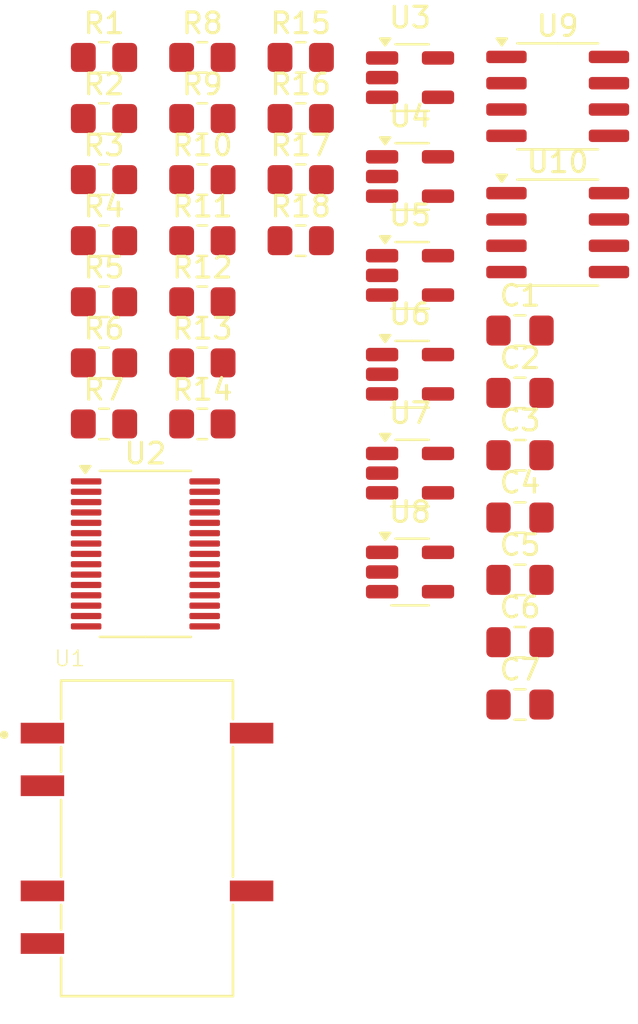
<source format=kicad_pcb>
(kicad_pcb (version 20240108) (generator "pcbnew") (generator_version "8.0")
  (layers (0 "F.Cu" signal) (31 "B.Cu" signal) (34 "B.Paste" user) (35 "F.Paste" user) (36 "B.SilkS" user "B.Silkscreen") (37 "F.SilkS" user "F.Silkscreen") (38 "B.Mask" user) (39 "F.Mask" user) (44 "Edge.Cuts" user))
  (net 0 "")
  (net 1 "GND")
  (net 2 "/MAGNETOMETER/Vin")
  (net 3 "-5V")
  (net 4 "+5V")
  (net 5 "+3V3")
  (net 6 "+2V5")
  (net 7 "Net-(U3--)")
  (net 8 "/MAGNETOMETER/AMP_1")
  (net 9 "Net-(U4-+)")
  (net 10 "Net-(U4--)")
  (net 11 "/MAGNETOMETER/COND_1")
  (net 12 "Net-(U5--)")
  (net 13 "/MAGNETOMETER/AMP_2")
  (net 14 "Net-(U6-+)")
  (net 15 "Net-(U6--)")
  (net 16 "/MAGNETOMETER/COND_2")
  (net 17 "Net-(U7--)")
  (net 18 "/MAGNETOMETER/AMP_3")
  (net 19 "Net-(U8-+)")
  (net 20 "Net-(U8--)")
  (net 21 "/MAGNETOMETER/COND_3")
  (net 22 "/MAGNETOMETER/MISO")
  (net 24 "/MAGNETOMETER/MOSI")
  (net 29 "/MAGNETOMETER/CS_MAG")
  (net 30 "/MAGNETOMETER/SCLK")
  (net 35 "/MAGNETOMETER/SENSE_1+")
  (net 36 "/MAGNETOMETER/SENSE_2+")
  (net 37 "/MAGNETOMETER/SENSE_3+")
  (net 38 "/MAGNETOMETER/FORCE_1+")
  (net 39 "/MAGNETOMETER/FORCE_2+")
  (net 40 "/MAGNETOMETER/FORCE_3+")
  (footprint "Package_TO_SOT_SMD:SOT-23-5_HandSoldering" (layer "F.Cu") (at 137.1525 73.55)
    (property "Reference" "U6" (at 0 -2.9 0) (layer "F.SilkS"))
    (property "Value" "~")
    (fp_line (start -0.9 1.61) (end 0.9 1.61) (stroke (width 0.12)) (layer "F.SilkS"))
    (fp_line (start 0.1 -1.61) (end -0.7 -1.61) (stroke (width 0.12)) (layer "F.SilkS"))
    (fp_line (start 0.1 -1.61) (end 0.9 -1.61) (stroke (width 0.12)) (layer "F.SilkS"))
    (fp_poly (pts (xy -1.2 -1.56) (xy -1.44 -1.89) (xy -0.96 -1.89) (xy -1.2 -1.56)) (stroke (width 0.12)) (fill solid) (layer "F.SilkS"))
    (pad "1" smd roundrect (at -1.35 -0.95) (size 1.56 0.65) (layers "F.Cu" "F.Paste" "F.Mask") (net 16 "/MAGNETOMETER/COND_2"))
    (pad "2" smd roundrect (at -1.35 0) (size 1.56 0.65) (layers "F.Cu" "F.Paste" "F.Mask") (net 3 "-5V"))
    (pad "3" smd roundrect (at -1.35 0.95) (size 1.56 0.65) (layers "F.Cu" "F.Paste" "F.Mask") (net 14 "Net-(U6-+)"))
    (pad "4" smd roundrect (at 1.35 0.95) (size 1.56 0.65) (layers "F.Cu" "F.Paste" "F.Mask") (net 15 "Net-(U6--)"))
    (pad "5" smd roundrect (at 1.35 -0.95) (size 1.56 0.65) (layers "F.Cu" "F.Paste" "F.Mask") (net 4 "+5V"))
  )
  (footprint "Package_TO_SOT_SMD:SOT-23-5_HandSoldering" (layer "F.Cu") (at 137.1525 68.775)
    (property "Reference" "U5" (at 0 -2.9 0) (layer "F.SilkS"))
    (property "Value" "~")
    (fp_line (start -0.9 1.61) (end 0.9 1.61) (stroke (width 0.12)) (layer "F.SilkS"))
    (fp_line (start 0.1 -1.61) (end -0.7 -1.61) (stroke (width 0.12)) (layer "F.SilkS"))
    (fp_line (start 0.1 -1.61) (end 0.9 -1.61) (stroke (width 0.12)) (layer "F.SilkS"))
    (fp_poly (pts (xy -1.2 -1.56) (xy -1.44 -1.89) (xy -0.96 -1.89) (xy -1.2 -1.56)) (stroke (width 0.12)) (fill solid) (layer "F.SilkS"))
    (pad "1" smd roundrect (at -1.35 -0.95) (size 1.56 0.65) (layers "F.Cu" "F.Paste" "F.Mask") (net 13 "/MAGNETOMETER/AMP_2"))
    (pad "2" smd roundrect (at -1.35 0) (size 1.56 0.65) (layers "F.Cu" "F.Paste" "F.Mask") (net 3 "-5V"))
    (pad "3" smd roundrect (at -1.35 0.95) (size 1.56 0.65) (layers "F.Cu" "F.Paste" "F.Mask") (net 36 "/MAGNETOMETER/SENSE_2+"))
    (pad "4" smd roundrect (at 1.35 0.95) (size 1.56 0.65) (layers "F.Cu" "F.Paste" "F.Mask") (net 12 "Net-(U5--)"))
    (pad "5" smd roundrect (at 1.35 -0.95) (size 1.56 0.65) (layers "F.Cu" "F.Paste" "F.Mask") (net 4 "+5V"))
  )
  (footprint "Resistor_SMD:R_0805_2012Metric_Pad1.20x1.40mm_HandSolder" (layer "F.Cu") (at 127.1225 61.2)
    (property "Reference" "R9" (at 0 -1.65 0) (layer "F.SilkS"))
    (property "Value" "1k")
    (fp_line (start -0.227064 -0.735) (end 0.227064 -0.735) (stroke (width 0.12)) (layer "F.SilkS"))
    (fp_line (start -0.227064 0.735) (end 0.227064 0.735) (stroke (width 0.12)) (layer "F.SilkS"))
    (pad "1" smd roundrect (at -1 0) (size 1.2 1.4) (layers "F.Cu" "F.Paste" "F.Mask") (roundrect_rratio 0.208333) (net 14 "Net-(U6-+)"))
    (pad "2" smd roundrect (at 1 0) (size 1.2 1.4) (layers "F.Cu" "F.Paste" "F.Mask") (roundrect_rratio 0.208333) (net 6 "+2V5"))
  )
  (footprint "Resistor_SMD:R_0805_2012Metric_Pad1.20x1.40mm_HandSolder" (layer "F.Cu") (at 131.8725 64.15)
    (property "Reference" "R17" (at 0 -1.65 0) (layer "F.SilkS"))
    (property "Value" "1k")
    (fp_line (start -0.227064 -0.735) (end 0.227064 -0.735) (stroke (width 0.12)) (layer "F.SilkS"))
    (fp_line (start -0.227064 0.735) (end 0.227064 0.735) (stroke (width 0.12)) (layer "F.SilkS"))
    (pad "1" smd roundrect (at -1 0) (size 1.2 1.4) (layers "F.Cu" "F.Paste" "F.Mask") (roundrect_rratio 0.208333) (net 20 "Net-(U8--)"))
    (pad "2" smd roundrect (at 1 0) (size 1.2 1.4) (layers "F.Cu" "F.Paste" "F.Mask") (roundrect_rratio 0.208333) (net 1 "GND"))
  )
  (footprint "Resistor_SMD:R_0805_2012Metric_Pad1.20x1.40mm_HandSolder" (layer "F.Cu") (at 122.3725 75.95)
    (property "Reference" "R7" (at 0 -1.65 0) (layer "F.SilkS"))
    (property "Value" "243")
    (fp_line (start -0.227064 -0.735) (end 0.227064 -0.735) (stroke (width 0.12)) (layer "F.SilkS"))
    (fp_line (start -0.227064 0.735) (end 0.227064 0.735) (stroke (width 0.12)) (layer "F.SilkS"))
    (pad "1" smd roundrect (at -1 0) (size 1.2 1.4) (layers "F.Cu" "F.Paste" "F.Mask") (roundrect_rratio 0.208333) (net 12 "Net-(U5--)"))
    (pad "2" smd roundrect (at 1 0) (size 1.2 1.4) (layers "F.Cu" "F.Paste" "F.Mask") (roundrect_rratio 0.208333) (net 1 "GND"))
  )
  (footprint "Capacitor_SMD:C_0805_2012Metric_Pad1.18x1.45mm_HandSolder" (layer "F.Cu") (at 142.4625 89.5)
    (property "Reference" "C7" (at 0 -1.68 0) (layer "F.SilkS"))
    (property "Value" "10u")
    (fp_line (start -0.261252 -0.735) (end 0.261252 -0.735) (stroke (width 0.12)) (layer "F.SilkS"))
    (fp_line (start -0.261252 0.735) (end 0.261252 0.735) (stroke (width 0.12)) (layer "F.SilkS"))
    (pad "1" smd roundrect (at -1.0375 0) (size 1.175 1.45) (layers "F.Cu" "F.Paste" "F.Mask") (roundrect_rratio 0.212766) (net 6 "+2V5"))
    (pad "2" smd roundrect (at 1.0375 0) (size 1.175 1.45) (layers "F.Cu" "F.Paste" "F.Mask") (roundrect_rratio 0.212766) (net 1 "GND"))
  )
  (footprint "Capacitor_SMD:C_0805_2012Metric_Pad1.18x1.45mm_HandSolder" (layer "F.Cu") (at 142.4625 77.46)
    (property "Reference" "C3" (at 0 -1.68 0) (layer "F.SilkS"))
    (property "Value" "4u7")
    (fp_line (start -0.261252 -0.735) (end 0.261252 -0.735) (stroke (width 0.12)) (layer "F.SilkS"))
    (fp_line (start -0.261252 0.735) (end 0.261252 0.735) (stroke (width 0.12)) (layer "F.SilkS"))
    (pad "1" smd roundrect (at -1.0375 0) (size 1.175 1.45) (layers "F.Cu" "F.Paste" "F.Mask") (roundrect_rratio 0.212766) (net 4 "+5V"))
    (pad "2" smd roundrect (at 1.0375 0) (size 1.175 1.45) (layers "F.Cu" "F.Paste" "F.Mask") (roundrect_rratio 0.212766) (net 1 "GND"))
  )
  (footprint "Resistor_SMD:R_0805_2012Metric_Pad1.20x1.40mm_HandSolder" (layer "F.Cu") (at 131.8725 67.1)
    (property "Reference" "R18" (at 0 -1.65 0) (layer "F.SilkS"))
    (property "Value" "1k")
    (fp_line (start -0.227064 -0.735) (end 0.227064 -0.735) (stroke (width 0.12)) (layer "F.SilkS"))
    (fp_line (start -0.227064 0.735) (end 0.227064 0.735) (stroke (width 0.12)) (layer "F.SilkS"))
    (pad "1" smd roundrect (at -1 0) (size 1.2 1.4) (layers "F.Cu" "F.Paste" "F.Mask") (roundrect_rratio 0.208333) (net 21 "/MAGNETOMETER/COND_3"))
    (pad "2" smd roundrect (at 1 0) (size 1.2 1.4) (layers "F.Cu" "F.Paste" "F.Mask") (roundrect_rratio 0.208333) (net 20 "Net-(U8--)"))
  )
  (footprint "TG_SAT_24V0_V1.4:CONV_PES1-S5-D24-M" (layer "F.Cu") (at 124.45 95.96)
    (property "Reference" "U1" (at -4.525418 -8.24634 0) (layer "F.SilkS") (effects (font (size 0.751999 0.751999) (thickness 0.065391)) (justify left bottom)))
    (property "Value" "PES1-S5-D5-M")
    (fp_line (start -4.15 -7.62) (end -4.15 -5.76) (stroke (width 0.127)) (layer "F.SilkS"))
    (fp_line (start -4.15 -7.62) (end 4.15 -7.62) (stroke (width 0.127)) (layer "F.SilkS"))
    (fp_line (start -4.15 -4.4) (end -4.15 -3.22) (stroke (width 0.127)) (layer "F.SilkS"))
    (fp_line (start -4.15 -1.85) (end -4.15 1.85) (stroke (width 0.127)) (layer "F.SilkS"))
    (fp_line (start -4.15 3.22) (end -4.15 4.4) (stroke (width 0.127)) (layer "F.SilkS"))
    (fp_line (start -4.15 5.77) (end -4.15 7.62) (stroke (width 0.127)) (layer "F.SilkS"))
    (fp_line (start 4.15 -7.62) (end 4.15 -5.76) (stroke (width 0.127)) (layer "F.SilkS"))
    (fp_line (start 4.15 1.85) (end 4.15 -4.4) (stroke (width 0.127)) (layer "F.SilkS"))
    (fp_line (start 4.15 7.62) (end -4.15 7.62) (stroke (width 0.127)) (layer "F.SilkS"))
    (fp_line (start 4.15 7.62) (end 4.15 3.22) (stroke (width 0.127)) (layer "F.SilkS"))
    (fp_circle (center -6.9 -5) (end -6.8 -5) (stroke (width 0.2)) (fill none) (layer "F.SilkS"))
    (pad "1" smd rect (at -5.05 -5.08) (size 2.1 1) (layers "F.Cu" "F.Paste" "F.Mask") (net 1 "GND"))
    (pad "2" smd rect (at -5.05 -2.54) (size 2.1 1) (layers "F.Cu" "F.Paste" "F.Mask") (net 2 "/MAGNETOMETER/Vin"))
    (pad "4" smd rect (at -5.05 2.54) (size 2.1 1) (layers "F.Cu" "F.Paste" "F.Mask") (net 1 "GND"))
    (pad "5" smd rect (at -5.05 5.08) (size 2.1 1) (layers "F.Cu" "F.Paste" "F.Mask") (net 3 "-5V"))
    (pad "7" smd rect (at 5.05 2.54) (size 2.1 1) (layers "F.Cu" "F.Paste" "F.Mask") (net 4 "+5V"))
    (pad "10" smd rect (at 5.05 -5.08) (size 2.1 1) (layers "F.Cu" "F.Paste" "F.Mask"))
  )
  (footprint "Package_SO:TSSOP-30_4.4x7.8mm_P0.5mm" (layer "F.Cu") (at 124.3725 82.225)
    (property "Reference" "U2" (at 0 -4.85 0) (layer "F.SilkS"))
    (property "Value" "ADS7951QDBTRQ1")
    (fp_line (start 0 -4.01) (end -2.2 -4.01) (stroke (width 0.12)) (layer "F.SilkS"))
    (fp_line (start 0 -4.01) (end 2.2 -4.01) (stroke (width 0.12)) (layer "F.SilkS"))
    (fp_line (start 0 4.01) (end -2.2 4.01) (stroke (width 0.12)) (layer "F.SilkS"))
    (fp_line (start 0 4.01) (end 2.2 4.01) (stroke (width 0.12)) (layer "F.SilkS"))
    (fp_poly (pts (xy -2.9 -3.91) (xy -3.14 -4.24) (xy -2.66 -4.24) (xy -2.9 -3.91)) (stroke (width 0.12)) (fill solid) (layer "F.SilkS"))
    (pad "1" smd roundrect (at -2.8625 -3.5) (size 1.475 0.3) (layers "F.Cu" "F.Paste" "F.Mask"))
    (pad "2" smd roundrect (at -2.8625 -3) (size 1.475 0.3) (layers "F.Cu" "F.Paste" "F.Mask"))
    (pad "3" smd roundrect (at -2.8625 -2.5) (size 1.475 0.3) (layers "F.Cu" "F.Paste" "F.Mask"))
    (pad "4" smd roundrect (at -2.8625 -2) (size 1.475 0.3) (layers "F.Cu" "F.Paste" "F.Mask"))
    (pad "5" smd roundrect (at -2.8625 -1.5) (size 1.475 0.3) (layers "F.Cu" "F.Paste" "F.Mask"))
    (pad "6" smd roundrect (at -2.8625 -1) (size 1.475 0.3) (layers "F.Cu" "F.Paste" "F.Mask"))
    (pad "7" smd roundrect (at -2.8625 -0.5) (size 1.475 0.3) (layers "F.Cu" "F.Paste" "F.Mask"))
    (pad "8" smd roundrect (at -2.8625 0) (size 1.475 0.3) (layers "F.Cu" "F.Paste" "F.Mask"))
    (pad "9" smd roundrect (at -2.8625 0.5) (size 1.475 0.3) (layers "F.Cu" "F.Paste" "F.Mask"))
    (pad "10" smd roundrect (at -2.8625 1) (size 1.475 0.3) (layers "F.Cu" "F.Paste" "F.Mask") (net 1 "GND"))
    (pad "11" smd roundrect (at -2.8625 1.5) (size 1.475 0.3) (layers "F.Cu" "F.Paste" "F.Mask"))
    (pad "12" smd roundrect (at -2.8625 2) (size 1.475 0.3) (layers "F.Cu" "F.Paste" "F.Mask") (net 21 "/MAGNETOMETER/COND_3"))
    (pad "13" smd roundrect (at -2.8625 2.5) (size 1.475 0.3) (layers "F.Cu" "F.Paste" "F.Mask"))
    (pad "14" smd roundrect (at -2.8625 3) (size 1.475 0.3) (layers "F.Cu" "F.Paste" "F.Mask"))
    (pad "15" smd roundrect (at -2.8625 3.5) (size 1.475 0.3) (layers "F.Cu" "F.Paste" "F.Mask"))
    (pad "16" smd roundrect (at 2.8625 3.5) (size 1.475 0.3) (layers "F.Cu" "F.Paste" "F.Mask"))
    (pad "17" smd roundrect (at 2.8625 3) (size 1.475 0.3) (layers "F.Cu" "F.Paste" "F.Mask") (net 16 "/MAGNETOMETER/COND_2"))
    (pad "18" smd roundrect (at 2.8625 2.5) (size 1.475 0.3) (layers "F.Cu" "F.Paste" "F.Mask"))
    (pad "19" smd roundrect (at 2.8625 2) (size 1.475 0.3) (layers "F.Cu" "F.Paste" "F.Mask"))
    (pad "20" smd roundrect (at 2.8625 1.5) (size 1.475 0.3) (layers "F.Cu" "F.Paste" "F.Mask") (net 11 "/MAGNETOMETER/COND_1"))
    (pad "21" smd roundrect (at 2.8625 1) (size 1.475 0.3) (layers "F.Cu" "F.Paste" "F.Mask") (net 4 "+5V"))
    (pad "22" smd roundrect (at 2.8625 0.5) (size 1.475 0.3) (layers "F.Cu" "F.Paste" "F.Mask") (net 1 "GND"))
    (pad "23" smd roundrect (at 2.8625 0) (size 1.475 0.3) (layers "F.Cu" "F.Paste" "F.Mask") (net 29 "/MAGNETOMETER/CS_MAG"))
    (pad "24" smd roundrect (at 2.8625 -0.5) (size 1.475 0.3) (layers "F.Cu" "F.Paste" "F.Mask") (net 30 "/MAGNETOMETER/SCLK"))
    (pad "25" smd roundrect (at 2.8625 -1) (size 1.475 0.3) (layers "F.Cu" "F.Paste" "F.Mask") (net 24 "/MAGNETOMETER/MOSI"))
    (pad "26" smd roundrect (at 2.8625 -1.5) (size 1.475 0.3) (layers "F.Cu" "F.Paste" "F.Mask") (net 22 "/MAGNETOMETER/MISO"))
    (pad "27" smd roundrect (at 2.8625 -2) (size 1.475 0.3) (layers "F.Cu" "F.Paste" "F.Mask") (net 1 "GND"))
    (pad "28" smd roundrect (at 2.8625 -2.5) (size 1.475 0.3) (layers "F.Cu" "F.Paste" "F.Mask") (net 5 "+3V3"))
    (pad "29" smd roundrect (at 2.8625 -3) (size 1.475 0.3) (layers "F.Cu" "F.Paste" "F.Mask"))
    (pad "30" smd roundrect (at 2.8625 -3.5) (size 1.475 0.3) (layers "F.Cu" "F.Paste" "F.Mask"))
  )
  (footprint "Resistor_SMD:R_0805_2012Metric_Pad1.20x1.40mm_HandSolder" (layer "F.Cu") (at 122.3725 73)
    (property "Reference" "R6" (at 0 -1.65 0) (layer "F.SilkS"))
    (property "Value" "1k")
    (fp_line (start -0.227064 -0.735) (end 0.227064 -0.735) (stroke (width 0.12)) (layer "F.SilkS"))
    (fp_line (start -0.227064 0.735) (end 0.227064 0.735) (stroke (width 0.12)) (layer "F.SilkS"))
    (pad "1" smd roundrect (at -1 0) (size 1.2 1.4) (layers "F.Cu" "F.Paste" "F.Mask") (roundrect_rratio 0.208333) (net 11 "/MAGNETOMETER/COND_1"))
    (pad "2" smd roundrect (at 1 0) (size 1.2 1.4) (layers "F.Cu" "F.Paste" "F.Mask") (roundrect_rratio 0.208333) (net 10 "Net-(U4--)"))
  )
  (footprint "Resistor_SMD:R_0805_2012Metric_Pad1.20x1.40mm_HandSolder" (layer "F.Cu") (at 122.3725 61.2)
    (property "Reference" "R2" (at 0 -1.65 0) (layer "F.SilkS"))
    (property "Value" "20k")
    (fp_line (start -0.227064 -0.735) (end 0.227064 -0.735) (stroke (width 0.12)) (layer "F.SilkS"))
    (fp_line (start -0.227064 0.735) (end 0.227064 0.735) (stroke (width 0.12)) (layer "F.SilkS"))
    (pad "1" smd roundrect (at -1 0) (size 1.2 1.4) (layers "F.Cu" "F.Paste" "F.Mask") (roundrect_rratio 0.208333) (net 8 "/MAGNETOMETER/AMP_1"))
    (pad "2" smd roundrect (at 1 0) (size 1.2 1.4) (layers "F.Cu" "F.Paste" "F.Mask") (roundrect_rratio 0.208333) (net 7 "Net-(U3--)"))
  )
  (footprint "Resistor_SMD:R_0805_2012Metric_Pad1.20x1.40mm_HandSolder" (layer "F.Cu") (at 131.8725 61.2)
    (property "Reference" "R16" (at 0 -1.65 0) (layer "F.SilkS"))
    (property "Value" "1k")
    (fp_line (start -0.227064 -0.735) (end 0.227064 -0.735) (stroke (width 0.12)) (layer "F.SilkS"))
    (fp_line (start -0.227064 0.735) (end 0.227064 0.735) (stroke (width 0.12)) (layer "F.SilkS"))
    (pad "1" smd roundrect (at -1 0) (size 1.2 1.4) (layers "F.Cu" "F.Paste" "F.Mask") (roundrect_rratio 0.208333) (net 19 "Net-(U8-+)"))
    (pad "2" smd roundrect (at 1 0) (size 1.2 1.4) (layers "F.Cu" "F.Paste" "F.Mask") (roundrect_rratio 0.208333) (net 18 "/MAGNETOMETER/AMP_3"))
  )
  (footprint "Resistor_SMD:R_0805_2012Metric_Pad1.20x1.40mm_HandSolder" (layer "F.Cu") (at 127.1225 75.95)
    (property "Reference" "R14" (at 0 -1.65 0) (layer "F.SilkS"))
    (property "Value" "20k")
    (fp_line (start -0.227064 -0.735) (end 0.227064 -0.735) (stroke (width 0.12)) (layer "F.SilkS"))
    (fp_line (start -0.227064 0.735) (end 0.227064 0.735) (stroke (width 0.12)) (layer "F.SilkS"))
    (pad "1" smd roundrect (at -1 0) (size 1.2 1.4) (layers "F.Cu" "F.Paste" "F.Mask") (roundrect_rratio 0.208333) (net 18 "/MAGNETOMETER/AMP_3"))
    (pad "2" smd roundrect (at 1 0) (size 1.2 1.4) (layers "F.Cu" "F.Paste" "F.Mask") (roundrect_rratio 0.208333) (net 17 "Net-(U7--)"))
  )
  (footprint "Resistor_SMD:R_0805_2012Metric_Pad1.20x1.40mm_HandSolder" (layer "F.Cu") (at 127.1225 64.15)
    (property "Reference" "R10" (at 0 -1.65 0) (layer "F.SilkS"))
    (property "Value" "1k")
    (fp_line (start -0.227064 -0.735) (end 0.227064 -0.735) (stroke (width 0.12)) (layer "F.SilkS"))
    (fp_line (start -0.227064 0.735) (end 0.227064 0.735) (stroke (width 0.12)) (layer "F.SilkS"))
    (pad "1" smd roundrect (at -1 0) (size 1.2 1.4) (layers "F.Cu" "F.Paste" "F.Mask") (roundrect_rratio 0.208333) (net 14 "Net-(U6-+)"))
    (pad "2" smd roundrect (at 1 0) (size 1.2 1.4) (layers "F.Cu" "F.Paste" "F.Mask") (roundrect_rratio 0.208333) (net 13 "/MAGNETOMETER/AMP_2"))
  )
  (footprint "Package_TO_SOT_SMD:SOT-23-5_HandSoldering" (layer "F.Cu") (at 137.1525 78.325)
    (property "Reference" "U7" (at 0 -2.9 0) (layer "F.SilkS"))
    (property "Value" "~")
    (fp_line (start -0.9 1.61) (end 0.9 1.61) (stroke (width 0.12)) (layer "F.SilkS"))
    (fp_line (start 0.1 -1.61) (end -0.7 -1.61) (stroke (width 0.12)) (layer "F.SilkS"))
    (fp_line (start 0.1 -1.61) (end 0.9 -1.61) (stroke (width 0.12)) (layer "F.SilkS"))
    (fp_poly (pts (xy -1.2 -1.56) (xy -1.44 -1.89) (xy -0.96 -1.89) (xy -1.2 -1.56)) (stroke (width 0.12)) (fill solid) (layer "F.SilkS"))
    (pad "1" smd roundrect (at -1.35 -0.95) (size 1.56 0.65) (layers "F.Cu" "F.Paste" "F.Mask") (net 18 "/MAGNETOMETER/AMP_3"))
    (pad "2" smd roundrect (at -1.35 0) (size 1.56 0.65) (layers "F.Cu" "F.Paste" "F.Mask") (net 3 "-5V"))
    (pad "3" smd roundrect (at -1.35 0.95) (size 1.56 0.65) (layers "F.Cu" "F.Paste" "F.Mask") (net 37 "/MAGNETOMETER/SENSE_3+"))
    (pad "4" smd roundrect (at 1.35 0.95) (size 1.56 0.65) (layers "F.Cu" "F.Paste" "F.Mask") (net 17 "Net-(U7--)"))
    (pad "5" smd roundrect (at 1.35 -0.95) (size 1.56 0.65) (layers "F.Cu" "F.Paste" "F.Mask") (net 4 "+5V"))
  )
  (footprint "Package_SO:SOIC-8_3.9x4.9mm_P1.27mm" (layer "F.Cu") (at 144.2825 60.13)
    (property "Reference" "U9" (at 0 -3.4 0) (layer "F.SilkS"))
    (property "Value" "REF200AU")
    (fp_line (start 0 -2.56) (end -1.95 -2.56) (stroke (width 0.12)) (layer "F.SilkS"))
    (fp_line (start 0 -2.56) (end 1.95 -2.56) (stroke (width 0.12)) (layer "F.SilkS"))
    (fp_line (start 0 2.56) (end -1.95 2.56) (stroke (width 0.12)) (layer "F.SilkS"))
    (fp_line (start 0 2.56) (end 1.95 2.56) (stroke (width 0.12)) (layer "F.SilkS"))
    (fp_poly (pts (xy -2.7 -2.465) (xy -2.94 -2.795) (xy -2.46 -2.795) (xy -2.7 -2.465)) (stroke (width 0.12)) (fill solid) (layer "F.SilkS"))
    (pad "1" smd roundrect (at -2.475 -1.905) (size 1.95 0.6) (layers "F.Cu" "F.Paste" "F.Mask") (net 38 "/MAGNETOMETER/FORCE_1+"))
    (pad "2" smd roundrect (at -2.475 -0.635) (size 1.95 0.6) (layers "F.Cu" "F.Paste" "F.Mask") (net 39 "/MAGNETOMETER/FORCE_2+"))
    (pad "3" smd roundrect (at -2.475 0.635) (size 1.95 0.6) (layers "F.Cu" "F.Paste" "F.Mask"))
    (pad "4" smd roundrect (at -2.475 1.905) (size 1.95 0.6) (layers "F.Cu" "F.Paste" "F.Mask"))
    (pad "5" smd roundrect (at 2.475 1.905) (size 1.95 0.6) (layers "F.Cu" "F.Paste" "F.Mask"))
    (pad "6" smd roundrect (at 2.475 0.635) (size 1.95 0.6) (layers "F.Cu" "F.Paste" "F.Mask") (net 3 "-5V"))
    (pad "7" smd roundrect (at 2.475 -0.635) (size 1.95 0.6) (layers "F.Cu" "F.Paste" "F.Mask") (net 4 "+5V"))
    (pad "8" smd roundrect (at 2.475 -1.905) (size 1.95 0.6) (layers "F.Cu" "F.Paste" "F.Mask") (net 4 "+5V"))
  )
  (footprint "Capacitor_SMD:C_0805_2012Metric_Pad1.18x1.45mm_HandSolder" (layer "F.Cu") (at 142.4625 86.49)
    (property "Reference" "C6" (at 0 -1.68 0) (layer "F.SilkS"))
    (property "Value" "1u")
    (fp_line (start -0.261252 -0.735) (end 0.261252 -0.735) (stroke (width 0.12)) (layer "F.SilkS"))
    (fp_line (start -0.261252 0.735) (end 0.261252 0.735) (stroke (width 0.12)) (layer "F.SilkS"))
    (pad "1" smd roundrect (at -1.0375 0) (size 1.175 1.45) (layers "F.Cu" "F.Paste" "F.Mask") (roundrect_rratio 0.212766) (net 4 "+5V"))
    (pad "2" smd roundrect (at 1.0375 0) (size 1.175 1.45) (layers "F.Cu" "F.Paste" "F.Mask") (roundrect_rratio 0.212766) (net 1 "GND"))
  )
  (footprint "Resistor_SMD:R_0805_2012Metric_Pad1.20x1.40mm_HandSolder" (layer "F.Cu") (at 127.1225 73)
    (property "Reference" "R13" (at 0 -1.65 0) (layer "F.SilkS"))
    (property "Value" "243")
    (fp_line (start -0.227064 -0.735) (end 0.227064 -0.735) (stroke (width 0.12)) (layer "F.SilkS"))
    (fp_line (start -0.227064 0.735) (end 0.227064 0.735) (stroke (width 0.12)) (layer "F.SilkS"))
    (pad "1" smd roundrect (at -1 0) (size 1.2 1.4) (layers "F.Cu" "F.Paste" "F.Mask") (roundrect_rratio 0.208333) (net 17 "Net-(U7--)"))
    (pad "2" smd roundrect (at 1 0) (size 1.2 1.4) (layers "F.Cu" "F.Paste" "F.Mask") (roundrect_rratio 0.208333) (net 1 "GND"))
  )
  (footprint "Capacitor_SMD:C_0805_2012Metric_Pad1.18x1.45mm_HandSolder" (layer "F.Cu") (at 142.4625 83.48)
    (property "Reference" "C5" (at 0 -1.68 0) (layer "F.SilkS"))
    (property "Value" "1u")
    (fp_line (start -0.261252 -0.735) (end 0.261252 -0.735) (stroke (width 0.12)) (layer "F.SilkS"))
    (fp_line (start -0.261252 0.735) (end 0.261252 0.735) (stroke (width 0.12)) (layer "F.SilkS"))
    (pad "1" smd roundrect (at -1.0375 0) (size 1.175 1.45) (layers "F.Cu" "F.Paste" "F.Mask") (roundrect_rratio 0.212766) (net 4 "+5V"))
    (pad "2" smd roundrect (at 1.0375 0) (size 1.175 1.45) (layers "F.Cu" "F.Paste" "F.Mask") (roundrect_rratio 0.212766) (net 1 "GND"))
  )
  (footprint "Capacitor_SMD:C_0805_2012Metric_Pad1.18x1.45mm_HandSolder" (layer "F.Cu") (at 142.4625 71.44)
    (property "Reference" "C1" (at 0 -1.68 0) (layer "F.SilkS"))
    (property "Value" "4u7")
    (fp_line (start -0.261252 -0.735) (end 0.261252 -0.735) (stroke (width 0.12)) (layer "F.SilkS"))
    (fp_line (start -0.261252 0.735) (end 0.261252 0.735) (stroke (width 0.12)) (layer "F.SilkS"))
    (pad "1" smd roundrect (at -1.0375 0) (size 1.175 1.45) (layers "F.Cu" "F.Paste" "F.Mask") (roundrect_rratio 0.212766) (net 2 "/MAGNETOMETER/Vin"))
    (pad "2" smd roundrect (at 1.0375 0) (size 1.175 1.45) (layers "F.Cu" "F.Paste" "F.Mask") (roundrect_rratio 0.212766) (net 1 "GND"))
  )
  (footprint "Resistor_SMD:R_0805_2012Metric_Pad1.20x1.40mm_HandSolder" (layer "F.Cu") (at 122.3725 64.15)
    (property "Reference" "R3" (at 0 -1.65 0) (layer "F.SilkS"))
    (property "Value" "1k")
    (fp_line (start -0.227064 -0.735) (end 0.227064 -0.735) (stroke (width 0.12)) (layer "F.SilkS"))
    (fp_line (start -0.227064 0.735) (end 0.227064 0.735) (stroke (width 0.12)) (layer "F.SilkS"))
    (pad "1" smd roundrect (at -1 0) (size 1.2 1.4) (layers "F.Cu" "F.Paste" "F.Mask") (roundrect_rratio 0.208333) (net 9 "Net-(U4-+)"))
    (pad "2" smd roundrect (at 1 0) (size 1.2 1.4) (layers "F.Cu" "F.Paste" "F.Mask") (roundrect_rratio 0.208333) (net 6 "+2V5"))
  )
  (footprint "Resistor_SMD:R_0805_2012Metric_Pad1.20x1.40mm_HandSolder" (layer "F.Cu") (at 122.3725 70.05)
    (property "Reference" "R5" (at 0 -1.65 0) (layer "F.SilkS"))
    (property "Value" "1k")
    (fp_line (start -0.227064 -0.735) (end 0.227064 -0.735) (stroke (width 0.12)) (layer "F.SilkS"))
    (fp_line (start -0.227064 0.735) (end 0.227064 0.735) (stroke (width 0.12)) (layer "F.SilkS"))
    (pad "1" smd roundrect (at -1 0) (size 1.2 1.4) (layers "F.Cu" "F.Paste" "F.Mask") (roundrect_rratio 0.208333) (net 10 "Net-(U4--)"))
    (pad "2" smd roundrect (at 1 0) (size 1.2 1.4) (layers "F.Cu" "F.Paste" "F.Mask") (roundrect_rratio 0.208333) (net 1 "GND"))
  )
  (footprint "Resistor_SMD:R_0805_2012Metric_Pad1.20x1.40mm_HandSolder" (layer "F.Cu") (at 127.1225 58.25)
    (property "Reference" "R8" (at 0 -1.65 0) (layer "F.SilkS"))
    (property "Value" "20k")
    (fp_line (start -0.227064 -0.735) (end 0.227064 -0.735) (stroke (width 0.12)) (layer "F.SilkS"))
    (fp_line (start -0.227064 0.735) (end 0.227064 0.735) (stroke (width 0.12)) (layer "F.SilkS"))
    (pad "1" smd roundrect (at -1 0) (size 1.2 1.4) (layers "F.Cu" "F.Paste" "F.Mask") (roundrect_rratio 0.208333) (net 13 "/MAGNETOMETER/AMP_2"))
    (pad "2" smd roundrect (at 1 0) (size 1.2 1.4) (layers "F.Cu" "F.Paste" "F.Mask") (roundrect_rratio 0.208333) (net 12 "Net-(U5--)"))
  )
  (footprint "Capacitor_SMD:C_0805_2012Metric_Pad1.18x1.45mm_HandSolder" (layer "F.Cu") (at 142.4625 74.45)
    (property "Reference" "C2" (at 0 -1.68 0) (layer "F.SilkS"))
    (property "Value" "4u7")
    (fp_line (start -0.261252 -0.735) (end 0.261252 -0.735) (stroke (width 0.12)) (layer "F.SilkS"))
    (fp_line (start -0.261252 0.735) (end 0.261252 0.735) (stroke (width 0.12)) (layer "F.SilkS"))
    (pad "1" smd roundrect (at -1.0375 0) (size 1.175 1.45) (layers "F.Cu" "F.Paste" "F.Mask") (roundrect_rratio 0.212766) (net 3 "-5V"))
    (pad "2" smd roundrect (at 1.0375 0) (size 1.175 1.45) (layers "F.Cu" "F.Paste" "F.Mask") (roundrect_rratio 0.212766) (net 1 "GND"))
  )
  (footprint "Resistor_SMD:R_0805_2012Metric_Pad1.20x1.40mm_HandSolder" (layer "F.Cu") (at 122.3725 67.1)
    (property "Reference" "R4" (at 0 -1.65 0) (layer "F.SilkS"))
    (property "Value" "1k")
    (fp_line (start -0.227064 -0.735) (end 0.227064 -0.735) (stroke (width 0.12)) (layer "F.SilkS"))
    (fp_line (start -0.227064 0.735) (end 0.227064 0.735) (stroke (width 0.12)) (layer "F.SilkS"))
    (pad "1" smd roundrect (at -1 0) (size 1.2 1.4) (layers "F.Cu" "F.Paste" "F.Mask") (roundrect_rratio 0.208333) (net 9 "Net-(U4-+)"))
    (pad "2" smd roundrect (at 1 0) (size 1.2 1.4) (layers "F.Cu" "F.Paste" "F.Mask") (roundrect_rratio 0.208333) (net 8 "/MAGNETOMETER/AMP_1"))
  )
  (footprint "Resistor_SMD:R_0805_2012Metric_Pad1.20x1.40mm_HandSolder" (layer "F.Cu") (at 127.1225 67.1)
    (property "Reference" "R11" (at 0 -1.65 0) (layer "F.SilkS"))
    (property "Value" "1k")
    (fp_line (start -0.227064 -0.735) (end 0.227064 -0.735) (stroke (width 0.12)) (layer "F.SilkS"))
    (fp_line (start -0.227064 0.735) (end 0.227064 0.735) (stroke (width 0.12)) (layer "F.SilkS"))
    (pad "1" smd roundrect (at -1 0) (size 1.2 1.4) (layers "F.Cu" "F.Paste" "F.Mask") (roundrect_rratio 0.208333) (net 15 "Net-(U6--)"))
    (pad "2" smd roundrect (at 1 0) (size 1.2 1.4) (layers "F.Cu" "F.Paste" "F.Mask") (roundrect_rratio 0.208333) (net 1 "GND"))
  )
  (footprint "Resistor_SMD:R_0805_2012Metric_Pad1.20x1.40mm_HandSolder" (layer "F.Cu") (at 122.3725 58.25)
    (property "Reference" "R1" (at 0 -1.65 0) (layer "F.SilkS"))
    (property "Value" "243")
    (fp_line (start -0.227064 -0.735) (end 0.227064 -0.735) (stroke (width 0.12)) (layer "F.SilkS"))
    (fp_line (start -0.227064 0.735) (end 0.227064 0.735) (stroke (width 0.12)) (layer "F.SilkS"))
    (pad "1" smd roundrect (at -1 0) (size 1.2 1.4) (layers "F.Cu" "F.Paste" "F.Mask") (roundrect_rratio 0.208333) (net 7 "Net-(U3--)"))
    (pad "2" smd roundrect (at 1 0) (size 1.2 1.4) (layers "F.Cu" "F.Paste" "F.Mask") (roundrect_rratio 0.208333) (net 1 "GND"))
  )
  (footprint "Package_TO_SOT_SMD:SOT-23-5_HandSoldering" (layer "F.Cu") (at 137.1525 59.225)
    (property "Reference" "U3" (at 0 -2.9 0) (layer "F.SilkS"))
    (property "Value" "~")
    (fp_line (start -0.9 1.61) (end 0.9 1.61) (stroke (width 0.12)) (layer "F.SilkS"))
    (fp_line (start 0.1 -1.61) (end -0.7 -1.61) (stroke (width 0.12)) (layer "F.SilkS"))
    (fp_line (start 0.1 -1.61) (end 0.9 -1.61) (stroke (width 0.12)) (layer "F.SilkS"))
    (fp_poly (pts (xy -1.2 -1.56) (xy -1.44 -1.89) (xy -0.96 -1.89) (xy -1.2 -1.56)) (stroke (width 0.12)) (fill solid) (layer "F.SilkS"))
    (pad "1" smd roundrect (at -1.35 -0.95) (size 1.56 0.65) (layers "F.Cu" "F.Paste" "F.Mask") (net 8 "/MAGNETOMETER/AMP_1"))
    (pad "2" smd roundrect (at -1.35 0) (size 1.56 0.65) (layers "F.Cu" "F.Paste" "F.Mask") (net 3 "-5V"))
    (pad "3" smd roundrect (at -1.35 0.95) (size 1.56 0.65) (layers "F.Cu" "F.Paste" "F.Mask") (net 35 "/MAGNETOMETER/SENSE_1+"))
    (pad "4" smd roundrect (at 1.35 0.95) (size 1.56 0.65) (layers "F.Cu" "F.Paste" "F.Mask") (net 7 "Net-(U3--)"))
    (pad "5" smd roundrect (at 1.35 -0.95) (size 1.56 0.65) (layers "F.Cu" "F.Paste" "F.Mask") (net 4 "+5V"))
  )
  (footprint "Package_TO_SOT_SMD:SOT-23-5_HandSoldering" (layer "F.Cu") (at 137.1525 64)
    (property "Reference" "U4" (at 0 -2.9 0) (layer "F.SilkS"))
    (property "Value" "~")
    (fp_line (start -0.9 1.61) (end 0.9 1.61) (stroke (width 0.12)) (layer "F.SilkS"))
    (fp_line (start 0.1 -1.61) (end -0.7 -1.61) (stroke (width 0.12)) (layer "F.SilkS"))
    (fp_line (start 0.1 -1.61) (end 0.9 -1.61) (stroke (width 0.12)) (layer "F.SilkS"))
    (fp_poly (pts (xy -1.2 -1.56) (xy -1.44 -1.89) (xy -0.96 -1.89) (xy -1.2 -1.56)) (stroke (width 0.12)) (fill solid) (layer "F.SilkS"))
    (pad "1" smd roundrect (at -1.35 -0.95) (size 1.56 0.65) (layers "F.Cu" "F.Paste" "F.Mask") (net 11 "/MAGNETOMETER/COND_1"))
    (pad "2" smd roundrect (at -1.35 0) (size 1.56 0.65) (layers "F.Cu" "F.Paste" "F.Mask") (net 3 "-5V"))
    (pad "3" smd roundrect (at -1.35 0.95) (size 1.56 0.65) (layers "F.Cu" "F.Paste" "F.Mask") (net 9 "Net-(U4-+)"))
    (pad "4" smd roundrect (at 1.35 0.95) (size 1.56 0.65) (layers "F.Cu" "F.Paste" "F.Mask") (net 10 "Net-(U4--)"))
    (pad "5" smd roundrect (at 1.35 -0.95) (size 1.56 0.65) (layers "F.Cu" "F.Paste" "F.Mask") (net 4 "+5V"))
  )
  (footprint "Package_SO:SOIC-8_3.9x4.9mm_P1.27mm" (layer "F.Cu") (at 144.2825 66.71)
    (property "Reference" "U10" (at 0 -3.4 0) (layer "F.SilkS"))
    (property "Value" "REF200AU")
    (fp_line (start 0 -2.56) (end -1.95 -2.56) (stroke (width 0.12)) (layer "F.SilkS"))
    (fp_line (start 0 -2.56) (end 1.95 -2.56) (stroke (width 0.12)) (layer "F.SilkS"))
    (fp_line (start 0 2.56) (end -1.95 2.56) (stroke (width 0.12)) (layer "F.SilkS"))
    (fp_line (start 0 2.56) (end 1.95 2.56) (stroke (width 0.12)) (layer "F.SilkS"))
    (fp_poly (pts (xy -2.7 -2.465) (xy -2.94 -2.795) (xy -2.46 -2.795) (xy -2.7 -2.465)) (stroke (width 0.12)) (fill solid) (layer "F.SilkS"))
    (pad "1" smd roundrect (at -2.475 -1.905) (size 1.95 0.6) (layers "F.Cu" "F.Paste" "F.Mask") (net 40 "/MAGNETOMETER/FORCE_3+"))
    (pad "2" smd roundrect (at -2.475 -0.635) (size 1.95 0.6) (layers "F.Cu" "F.Paste" "F.Mask"))
    (pad "3" smd roundrect (at -2.475 0.635) (size 1.95 0.6) (layers "F.Cu" "F.Paste" "F.Mask"))
    (pad "4" smd roundrect (at -2.475 1.905) (size 1.95 0.6) (layers "F.Cu" "F.Paste" "F.Mask"))
    (pad "5" smd roundrect (at 2.475 1.905) (size 1.95 0.6) (layers "F.Cu" "F.Paste" "F.Mask"))
    (pad "6" smd roundrect (at 2.475 0.635) (size 1.95 0.6) (layers "F.Cu" "F.Paste" "F.Mask") (net 3 "-5V"))
    (pad "7" smd roundrect (at 2.475 -0.635) (size 1.95 0.6) (layers "F.Cu" "F.Paste" "F.Mask"))
    (pad "8" smd roundrect (at 2.475 -1.905) (size 1.95 0.6) (layers "F.Cu" "F.Paste" "F.Mask") (net 4 "+5V"))
  )
  (footprint "Resistor_SMD:R_0805_2012Metric_Pad1.20x1.40mm_HandSolder" (layer "F.Cu") (at 131.8725 58.25)
    (property "Reference" "R15" (at 0 -1.65 0) (layer "F.SilkS"))
    (property "Value" "1k")
    (fp_line (start -0.227064 -0.735) (end 0.227064 -0.735) (stroke (width 0.12)) (layer "F.SilkS"))
    (fp_line (start -0.227064 0.735) (end 0.227064 0.735) (stroke (width 0.12)) (layer "F.SilkS"))
    (pad "1" smd roundrect (at -1 0) (size 1.2 1.4) (layers "F.Cu" "F.Paste" "F.Mask") (roundrect_rratio 0.208333) (net 19 "Net-(U8-+)"))
    (pad "2" smd roundrect (at 1 0) (size 1.2 1.4) (layers "F.Cu" "F.Paste" "F.Mask") (roundrect_rratio 0.208333) (net 6 "+2V5"))
  )
  (footprint "Capacitor_SMD:C_0805_2012Metric_Pad1.18x1.45mm_HandSolder" (layer "F.Cu") (at 142.4625 80.47)
    (property "Reference" "C4" (at 0 -1.68 0) (layer "F.SilkS"))
    (property "Value" "1u")
    (fp_line (start -0.261252 -0.735) (end 0.261252 -0.735) (stroke (width 0.12)) (layer "F.SilkS"))
    (fp_line (start -0.261252 0.735) (end 0.261252 0.735) (stroke (width 0.12)) (layer "F.SilkS"))
    (pad "1" smd roundrect (at -1.0375 0) (size 1.175 1.45) (layers "F.Cu" "F.Paste" "F.Mask") (roundrect_rratio 0.212766) (net 5 "+3V3"))
    (pad "2" smd roundrect (at 1.0375 0) (size 1.175 1.45) (layers "F.Cu" "F.Paste" "F.Mask") (roundrect_rratio 0.212766) (net 1 "GND"))
  )
  (footprint "Package_TO_SOT_SMD:SOT-23-5_HandSoldering" (layer "F.Cu") (at 137.1525 83.1)
    (property "Reference" "U8" (at 0 -2.9 0) (layer "F.SilkS"))
    (property "Value" "~")
    (fp_line (start -0.9 1.61) (end 0.9 1.61) (stroke (width 0.12)) (layer "F.SilkS"))
    (fp_line (start 0.1 -1.61) (end -0.7 -1.61) (stroke (width 0.12)) (layer "F.SilkS"))
    (fp_line (start 0.1 -1.61) (end 0.9 -1.61) (stroke (width 0.12)) (layer "F.SilkS"))
    (fp_poly (pts (xy -1.2 -1.56) (xy -1.44 -1.89) (xy -0.96 -1.89) (xy -1.2 -1.56)) (stroke (width 0.12)) (fill solid) (layer "F.SilkS"))
    (pad "1" smd roundrect (at -1.35 -0.95) (size 1.56 0.65) (layers "F.Cu" "F.Paste" "F.Mask") (net 21 "/MAGNETOMETER/COND_3"))
    (pad "2" smd roundrect (at -1.35 0) (size 1.56 0.65) (layers "F.Cu" "F.Paste" "F.Mask") (net 3 "-5V"))
    (pad "3" smd roundrect (at -1.35 0.95) (size 1.56 0.65) (layers "F.Cu" "F.Paste" "F.Mask") (net 19 "Net-(U8-+)"))
    (pad "4" smd roundrect (at 1.35 0.95) (size 1.56 0.65) (layers "F.Cu" "F.Paste" "F.Mask") (net 20 "Net-(U8--)"))
    (pad "5" smd roundrect (at 1.35 -0.95) (size 1.56 0.65) (layers "F.Cu" "F.Paste" "F.Mask") (net 4 "+5V"))
  )
  (footprint "Resistor_SMD:R_0805_2012Metric_Pad1.20x1.40mm_HandSolder" (layer "F.Cu") (at 127.1225 70.05)
    (property "Reference" "R12" (at 0 -1.65 0) (layer "F.SilkS"))
    (property "Value" "1k")
    (fp_line (start -0.227064 -0.735) (end 0.227064 -0.735) (stroke (width 0.12)) (layer "F.SilkS"))
    (fp_line (start -0.227064 0.735) (end 0.227064 0.735) (stroke (width 0.12)) (layer "F.SilkS"))
    (pad "1" smd roundrect (at -1 0) (size 1.2 1.4) (layers "F.Cu" "F.Paste" "F.Mask") (roundrect_rratio 0.208333) (net 16 "/MAGNETOMETER/COND_2"))
    (pad "2" smd roundrect (at 1 0) (size 1.2 1.4) (layers "F.Cu" "F.Paste" "F.Mask") (roundrect_rratio 0.208333) (net 15 "Net-(U6--)"))
  )
)
</source>
